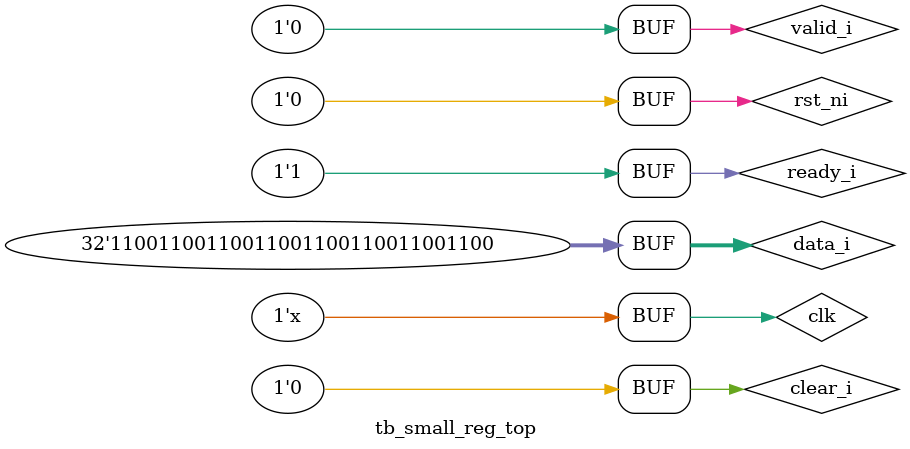
<source format=sv>
`timescale 1ns / 1ps


module tb_small_reg_top();
    parameter N = 256;
   logic clk;
   logic rst_ni;
   logic clear_i;     
   logic valid_i;
   logic ready_i;
   logic [31:0] data_i;
   logic [31:0] data_o;
   logic ready_o;
   logic valid_o; 
   logic [N-1:0] FI_out;
   
   small_reg_top dut (
    clk, rst_ni, clear_i, valid_i, ready_i, data_i, data_o, ready_o,
    valid_o, FI_out);
    
    //initial q = 1'b0;
    initial clk = 1'b0;
    always begin
        #1 clk = ~clk;
    end 
    
  initial begin 
    #0
    data_i = '0;
    rst_ni= 0;
    clear_i = 0;
    valid_i = 0;
    ready_i = 0;
    #200
    //Test Case 1: samplethe data in ff
    rst_ni =1 ;
    clear_i = 0;
    data_i = 32'b11001100110011001100110011001111;
    valid_i  = 1;
    ready_i =0;
    #50
    data_i = 32'b11001100110011001100110011001000;
    valid_i  = 1;
    ready_i =0;
    #50
    data_i = 32'b11001100110011001100110011001100;;
    valid_i  = 1;
    ready_i =0;
    #100
    data_i = 32'b11001100110011001100110011001110;;
    valid_i  = 1;
    ready_i =0;
    #100
    //Test Case 2: clear the written data;
    //clear_i = 1;
    #2
    //Test Case 3: sample the data in the registers
    clear_i = 0;
    data_i = 32'b11001100110011001100110011001111;
    valid_i  = 1;
    ready_i =0;
    #100
    data_i = 32'b11001100110011001100110011001000;
    valid_i  = 1;
    ready_i =0;
    #100
    data_i = 32'b11001100110011001100110011001100;;
    valid_i  = 1;
    ready_i =0;
    #100
    data_i = 32'b11001100110011001100110011001110;;
    valid_i  = 1;
    ready_i =0;
    #100
    //Test Case 3: Write the data in data_o port, but also keep the data(valid_i = 0)
    valid_i = 0;
    ready_i = 1;
    #80;
    
    //test case 4: make both valid_i and ready_i asserted to 1
    valid_i = 1;
    ready_i = 1;
    data_i = 32'b1100110011001100110011001100001;
    #100
    data_i = 32'b1100110011001100110011001100010;
    #100
    data_i = 32'b1100110011001100110011001100011;
    #100
    data_i = 32'b1100110011001100110011001100101;
    #100
    //just clear everything
    clear_i = 1;
    valid_i = 0;
    ready_i = 0;
    #2
    clear_i= 0;
    #2;
    //Test case 5: sample data but dont fill the registers
    data_i = 32'b11001100110011001100110011001111;
    valid_i  = 1;
    ready_i =0;
    #200
    data_i = 32'b11001100110011001100110011001000;
    valid_i  = 1;
    ready_i =0;
    #200
    data_i = 32'b11001100110011001100110011001100;
    valid_i  = 1;
    ready_i =0;
    #200;
    //Test case 6: Read the partially filled registers
    valid_i = 0;
    ready_i = 1;
    #100;
    //Tese case 6: Reset
    rst_ni = 0;
    #100;
    
    end
    
endmodule

</source>
